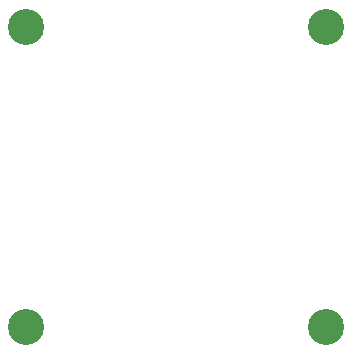
<source format=gbs>
G04 #@! TF.FileFunction,Soldermask,Bot*
%FSLAX46Y46*%
G04 Gerber Fmt 4.6, Leading zero omitted, Abs format (unit mm)*
G04 Created by KiCad (PCBNEW 4.0.0-rc1-stable) date 11/13/2015 10:57:34 PM*
%MOMM*%
G01*
G04 APERTURE LIST*
%ADD10C,0.100000*%
%ADD11C,3.050000*%
G04 APERTURE END LIST*
D10*
D11*
X127000000Y-76200000D03*
X152400000Y-76200000D03*
X152400000Y-101600000D03*
X127000000Y-101600000D03*
M02*

</source>
